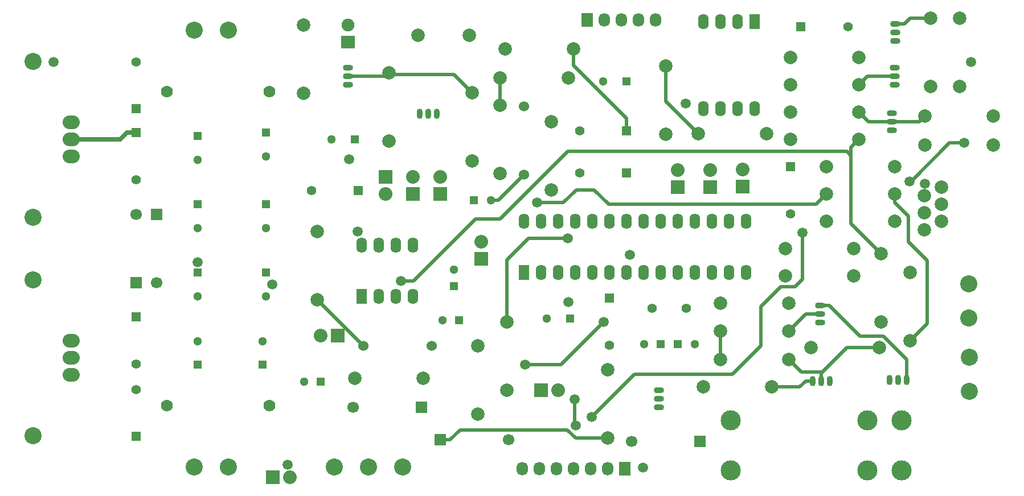
<source format=gbr>
G04 #@! TF.FileFunction,Copper,L1,Top,Signal*
%FSLAX46Y46*%
G04 Gerber Fmt 4.6, Leading zero omitted, Abs format (unit mm)*
G04 Created by KiCad (PCBNEW no-vcs-found-product) date Tue Sep  6 23:30:38 2016*
%MOMM*%
%LPD*%
G01*
G04 APERTURE LIST*
%ADD10C,0.100000*%
%ADD11C,1.998980*%
%ADD12R,1.300000X1.300000*%
%ADD13C,1.300000*%
%ADD14C,1.524000*%
%ADD15O,0.899160X1.501140*%
%ADD16O,1.501140X0.899160*%
%ADD17R,1.400000X1.400000*%
%ADD18C,1.400000*%
%ADD19C,1.699260*%
%ADD20R,1.699260X1.699260*%
%ADD21O,2.540000X2.032000*%
%ADD22C,2.540000*%
%ADD23C,1.778000*%
%ADD24C,2.000000*%
%ADD25C,1.500000*%
%ADD26R,1.600000X2.300000*%
%ADD27O,1.600000X2.300000*%
%ADD28R,2.000000X1.900000*%
%ADD29C,1.900000*%
%ADD30C,3.000000*%
%ADD31R,1.727200X2.032000*%
%ADD32O,1.727200X2.032000*%
%ADD33C,1.422400*%
%ADD34R,2.032000X2.032000*%
%ADD35O,2.032000X2.032000*%
%ADD36C,0.500000*%
%ADD37C,0.700000*%
G04 APERTURE END LIST*
D10*
D11*
X123444000Y-109220000D03*
X123444000Y-99060000D03*
D12*
X143764000Y-107188000D03*
D13*
X143764000Y-104688000D03*
D14*
X140462000Y-116078000D03*
X130302000Y-116078000D03*
D11*
X129032000Y-120904000D03*
X139192000Y-120904000D03*
D15*
X139954000Y-81534000D03*
X138684000Y-81534000D03*
X141224000Y-81534000D03*
D12*
X146725000Y-94361000D03*
D13*
X149225000Y-94361000D03*
D16*
X128016000Y-75946000D03*
X128016000Y-74676000D03*
X128016000Y-77216000D03*
D17*
X129540000Y-92964000D03*
D18*
X122540000Y-92964000D03*
D11*
X146431000Y-78359000D03*
X146431000Y-88519000D03*
X134112000Y-85598000D03*
X134112000Y-75438000D03*
X150622000Y-80264000D03*
X150622000Y-90424000D03*
X161544000Y-71882000D03*
X151384000Y-71882000D03*
D17*
X169418000Y-84074000D03*
D18*
X162418000Y-84074000D03*
D11*
X150622000Y-76200000D03*
X160782000Y-76200000D03*
X175260000Y-84582000D03*
X175260000Y-74422000D03*
D17*
X169418000Y-90297000D03*
D18*
X162418000Y-90297000D03*
D11*
X158242000Y-82677000D03*
X158242000Y-92837000D03*
D14*
X154114000Y-80391000D03*
X154114000Y-90551000D03*
D19*
X170179480Y-130304540D03*
D20*
X180339480Y-130304540D03*
D16*
X174244000Y-123952000D03*
X174244000Y-125222000D03*
X174244000Y-122682000D03*
D11*
X166624000Y-129794000D03*
X166624000Y-119634000D03*
X211582000Y-115316000D03*
X211582000Y-105156000D03*
X207264000Y-112522000D03*
X207264000Y-102362000D03*
D17*
X166878000Y-108966000D03*
D18*
X166878000Y-115966000D03*
D12*
X177038000Y-115824000D03*
D13*
X179538000Y-115824000D03*
D12*
X174498000Y-115824000D03*
D13*
X171998000Y-115824000D03*
D11*
X193548000Y-118110000D03*
X183388000Y-118110000D03*
D15*
X209804000Y-121158000D03*
X211074000Y-121158000D03*
X208534000Y-121158000D03*
X198374000Y-121285000D03*
X197104000Y-121285000D03*
X199644000Y-121285000D03*
D11*
X190944000Y-122174000D03*
X180784000Y-122174000D03*
X193548000Y-113856000D03*
X183388000Y-113856000D03*
X207010000Y-116332000D03*
X196850000Y-116332000D03*
X203962000Y-77216000D03*
X193802000Y-77216000D03*
X199136000Y-89408000D03*
X209296000Y-89408000D03*
X203962000Y-81280000D03*
X193802000Y-81280000D03*
X193802000Y-85344000D03*
X203962000Y-85344000D03*
X190182000Y-84455000D03*
X180022000Y-84455000D03*
X203962000Y-73152000D03*
X193802000Y-73152000D03*
X214630000Y-77470000D03*
X214630000Y-67310000D03*
X213741000Y-81851500D03*
X223901000Y-81851500D03*
D16*
X209296000Y-75946000D03*
X209296000Y-74676000D03*
X209296000Y-77216000D03*
X209360000Y-69405500D03*
X209360000Y-68135500D03*
X209360000Y-70675500D03*
D11*
X213741000Y-86169500D03*
X223901000Y-86169500D03*
X218948000Y-67310000D03*
X218948000Y-77470000D03*
D16*
X208852000Y-82677000D03*
X208852000Y-83947000D03*
X208852000Y-81407000D03*
X198184000Y-111316000D03*
X198184000Y-112586000D03*
X198184000Y-110046000D03*
D11*
X199136000Y-97536000D03*
X209296000Y-97536000D03*
X193040000Y-105664000D03*
X203200000Y-105664000D03*
X193040000Y-101600000D03*
X203200000Y-101600000D03*
X183388000Y-109728000D03*
X193548000Y-109728000D03*
X209296000Y-93472000D03*
X199136000Y-93472000D03*
D17*
X96520000Y-129540000D03*
D18*
X96520000Y-122540000D03*
D19*
X99570540Y-106680520D03*
D20*
X99570540Y-96520520D03*
D19*
X96517460Y-96519480D03*
D20*
X96517460Y-106679480D03*
D17*
X96520000Y-111760000D03*
D18*
X96520000Y-118760000D03*
D21*
X86868000Y-117856000D03*
X86868000Y-115316000D03*
X86868000Y-120396000D03*
D22*
X81153000Y-106248200D03*
X81153000Y-129463800D03*
D11*
X151638000Y-122682000D03*
X151638000Y-112522000D03*
X147320000Y-126238000D03*
X147320000Y-116078000D03*
D19*
X128777480Y-125224540D03*
D20*
X138937480Y-125224540D03*
D19*
X151892520Y-130045460D03*
D20*
X141732520Y-130045460D03*
D11*
X121412000Y-78486000D03*
X121412000Y-68326000D03*
D23*
X116332000Y-78232000D03*
X101092000Y-78232000D03*
D24*
X146039840Y-69850000D03*
X138440160Y-69850000D03*
D17*
X96520000Y-80772000D03*
D18*
X96520000Y-73772000D03*
D17*
X96520000Y-84328000D03*
D18*
X96520000Y-91328000D03*
D21*
X86868000Y-85344000D03*
X86868000Y-82804000D03*
X86868000Y-87884000D03*
D22*
X81153000Y-73736200D03*
X81153000Y-96951800D03*
D23*
X101092000Y-124968000D03*
X116332000Y-124968000D03*
D17*
X193802000Y-89408000D03*
D18*
X193802000Y-96408000D03*
D17*
X195326000Y-68580000D03*
D18*
X202326000Y-68580000D03*
D25*
X220599000Y-73787000D03*
X84201000Y-73787000D03*
D26*
X130048000Y-108712000D03*
D27*
X132588000Y-108712000D03*
X135128000Y-108712000D03*
X137668000Y-108712000D03*
X137668000Y-101092000D03*
X135128000Y-101092000D03*
X132588000Y-101092000D03*
X130048000Y-101092000D03*
D26*
X154178000Y-105156000D03*
D27*
X156718000Y-105156000D03*
X159258000Y-105156000D03*
X161798000Y-105156000D03*
X164338000Y-105156000D03*
X166878000Y-105156000D03*
X169418000Y-105156000D03*
X171958000Y-105156000D03*
X174498000Y-105156000D03*
X177038000Y-105156000D03*
X179578000Y-105156000D03*
X182118000Y-105156000D03*
X184658000Y-105156000D03*
X187198000Y-105156000D03*
X187198000Y-97536000D03*
X184658000Y-97536000D03*
X182118000Y-97536000D03*
X179578000Y-97536000D03*
X177038000Y-97536000D03*
X174498000Y-97536000D03*
X171958000Y-97536000D03*
X169418000Y-97536000D03*
X166878000Y-97536000D03*
X164338000Y-97536000D03*
X161798000Y-97536000D03*
X159258000Y-97536000D03*
X156718000Y-97536000D03*
X154178000Y-97536000D03*
D13*
X105664000Y-108656000D03*
D12*
X105664000Y-105156000D03*
D13*
X105664000Y-115372000D03*
D12*
X105664000Y-118872000D03*
D13*
X115316000Y-115372000D03*
D12*
X115316000Y-118872000D03*
D13*
X115824000Y-108656000D03*
D12*
X115824000Y-105156000D03*
D13*
X105664000Y-88336000D03*
D12*
X105664000Y-84836000D03*
D13*
X105664000Y-98496000D03*
D12*
X105664000Y-94996000D03*
D13*
X115824000Y-87828000D03*
D12*
X115824000Y-84328000D03*
D13*
X115824000Y-98496000D03*
D12*
X115824000Y-94996000D03*
D13*
X157536000Y-112014000D03*
D12*
X161036000Y-112014000D03*
D13*
X165918000Y-76708000D03*
D12*
X169418000Y-76708000D03*
D13*
X125532000Y-85344000D03*
D12*
X129032000Y-85344000D03*
X144526000Y-112268000D03*
D13*
X142026000Y-112268000D03*
D22*
X105156000Y-134112000D03*
X110236000Y-134112000D03*
X110236000Y-69088000D03*
X105156000Y-69088000D03*
X220282000Y-111950000D03*
X220282000Y-106870000D03*
X220345000Y-122809000D03*
X220345000Y-117729000D03*
D28*
X128016000Y-70866000D03*
D29*
X128016000Y-68326000D03*
D26*
X188468000Y-67818000D03*
D27*
X185928000Y-67818000D03*
X183388000Y-67818000D03*
X180848000Y-67818000D03*
X180848000Y-80772000D03*
X183388000Y-80772000D03*
X185928000Y-80772000D03*
X188468000Y-80772000D03*
D24*
X213678000Y-98806000D03*
X216218000Y-97536000D03*
X213678000Y-96266000D03*
X216218000Y-94996000D03*
X213678000Y-93726000D03*
X216218000Y-92456000D03*
D30*
X184912000Y-127120000D03*
X184912000Y-134620000D03*
X205212000Y-134620000D03*
X205212000Y-127120000D03*
X210252000Y-134620000D03*
X210252000Y-127120000D03*
D31*
X169164000Y-134366000D03*
D32*
X166624000Y-134366000D03*
X164084000Y-134366000D03*
X161544000Y-134366000D03*
X159004000Y-134366000D03*
X156464000Y-134366000D03*
X153924000Y-134366000D03*
D33*
X173228000Y-110490000D03*
X178308000Y-110490000D03*
D34*
X116840000Y-135636000D03*
D35*
X119380000Y-135636000D03*
D34*
X181864000Y-92456000D03*
D35*
X181864000Y-89916000D03*
D34*
X186690000Y-92392500D03*
D35*
X186690000Y-89852500D03*
D34*
X156718000Y-122682000D03*
D35*
X159258000Y-122682000D03*
D34*
X177038000Y-92456000D03*
D35*
X177038000Y-89916000D03*
D34*
X133604000Y-90932000D03*
D35*
X133604000Y-93472000D03*
D34*
X137668000Y-93472000D03*
D35*
X137668000Y-90932000D03*
D34*
X141732000Y-93472000D03*
D35*
X141732000Y-90932000D03*
D34*
X126492000Y-114554000D03*
D35*
X123952000Y-114554000D03*
D34*
X147828000Y-103124000D03*
D35*
X147828000Y-100584000D03*
D22*
X125984000Y-134112000D03*
X131064000Y-134112000D03*
X136144000Y-134112000D03*
D12*
X123952000Y-121412000D03*
D13*
X121452000Y-121412000D03*
D31*
X163576000Y-67564000D03*
D32*
X166116000Y-67564000D03*
X168656000Y-67564000D03*
X171196000Y-67564000D03*
X173736000Y-67564000D03*
D25*
X219583000Y-85852000D03*
X211455000Y-91567000D03*
X178181000Y-80010000D03*
X169926000Y-102489000D03*
X116703800Y-106906000D03*
X119032100Y-133737200D03*
X128180200Y-88266900D03*
X129426600Y-99034500D03*
X105597000Y-103642900D03*
X213726400Y-91953700D03*
X171854100Y-134156200D03*
X160772200Y-109504300D03*
X160655000Y-100076000D03*
X156083000Y-94742008D03*
X135859800Y-106391900D03*
X161693600Y-123991500D03*
X161833300Y-127892800D03*
X165989000Y-112522000D03*
X154305000Y-118872000D03*
X164211000Y-126619000D03*
X195580000Y-99187000D03*
D36*
X183388000Y-113856000D02*
X183388000Y-118110000D01*
X211455000Y-91567000D02*
X211709000Y-91567000D01*
X211709000Y-91567000D02*
X217424000Y-85852000D01*
X217424000Y-85852000D02*
X219583000Y-85852000D01*
D37*
X94103700Y-85344000D02*
X95119700Y-84328000D01*
X86868000Y-85344000D02*
X94103700Y-85344000D01*
X96520000Y-84328000D02*
X95119700Y-84328000D01*
D36*
X169418000Y-84074000D02*
X169418000Y-82169000D01*
X169418000Y-82169000D02*
X161544000Y-74295000D01*
X161544000Y-74295000D02*
X161544000Y-71882000D01*
X130302000Y-116078000D02*
X123444000Y-109220000D01*
X154114000Y-90551000D02*
X150304000Y-94361000D01*
X150304000Y-94361000D02*
X149479000Y-94361000D01*
X149479000Y-94361000D02*
X149225000Y-94361000D01*
X141732500Y-130045500D02*
X143182400Y-130045500D01*
X161824900Y-129794000D02*
X166624000Y-129794000D01*
X160622400Y-128591500D02*
X161824900Y-129794000D01*
X144636400Y-128591500D02*
X160622400Y-128591500D01*
X143182400Y-130045500D02*
X144636400Y-128591500D01*
X159594340Y-100076000D02*
X160655000Y-100076000D01*
X154813000Y-100076000D02*
X159594340Y-100076000D01*
X151638000Y-112522000D02*
X151638000Y-103251000D01*
X151638000Y-103251000D02*
X154813000Y-100076000D01*
X199136000Y-93472000D02*
X197612000Y-94996000D01*
X197612000Y-94996000D02*
X166751000Y-94996000D01*
X164592000Y-92837000D02*
X161925000Y-92837000D01*
X166751000Y-94996000D02*
X164592000Y-92837000D01*
X161925000Y-92837000D02*
X160019992Y-94742008D01*
X160019992Y-94742008D02*
X157143660Y-94742008D01*
X157143660Y-94742008D02*
X156083000Y-94742008D01*
X202755500Y-87757000D02*
X202120500Y-87122000D01*
X202120500Y-87122000D02*
X160655000Y-87122000D01*
X160655000Y-87122000D02*
X150622000Y-97155000D01*
X150622000Y-97155000D02*
X146939000Y-97155000D01*
X146939000Y-97155000D02*
X137702100Y-106391900D01*
X137702100Y-106391900D02*
X135859800Y-106391900D01*
X202755500Y-86550500D02*
X202755500Y-87757000D01*
X203962000Y-85344000D02*
X202755500Y-86550500D01*
X202755500Y-97853500D02*
X207264000Y-102362000D01*
X202755500Y-87757000D02*
X202755500Y-97853500D01*
X195165100Y-122174000D02*
X190944000Y-122174000D01*
X196054100Y-121285000D02*
X195165100Y-122174000D01*
X197104000Y-121285000D02*
X196054100Y-121285000D01*
X175260000Y-79693000D02*
X180022000Y-84455000D01*
X175260000Y-74422000D02*
X175260000Y-79693000D01*
X196088000Y-111316000D02*
X193548000Y-113856000D01*
X198184000Y-111316000D02*
X196088000Y-111316000D01*
X211074000Y-118075000D02*
X211074000Y-121158000D01*
X207605500Y-114606500D02*
X211074000Y-118075000D01*
X204095400Y-114606500D02*
X207605500Y-114606500D01*
X199534900Y-110046000D02*
X204095400Y-114606500D01*
X198184000Y-110046000D02*
X199534900Y-110046000D01*
X211582000Y-115316000D02*
X214122000Y-112776000D01*
X214122000Y-103378000D02*
X211328000Y-100584000D01*
X214122000Y-112776000D02*
X214122000Y-103378000D01*
X211328000Y-100584000D02*
X211328000Y-96774000D01*
X211328000Y-96774000D02*
X209296000Y-94742000D01*
X209296000Y-94742000D02*
X209296000Y-93472000D01*
X195372100Y-119934100D02*
X193548000Y-118110000D01*
X198374000Y-119934100D02*
X195372100Y-119934100D01*
X198374000Y-121285000D02*
X198374000Y-120083200D01*
X198374000Y-120083200D02*
X198374000Y-119934100D01*
X202125200Y-116332000D02*
X207010000Y-116332000D01*
X198374000Y-120083200D02*
X202125200Y-116332000D01*
X134112000Y-75692000D02*
X143764000Y-75692000D01*
X143764000Y-75692000D02*
X146431000Y-78359000D01*
X134112000Y-75692000D02*
X134112000Y-75438000D01*
X133858000Y-75946000D02*
X134112000Y-75692000D01*
X128016000Y-75946000D02*
X133858000Y-75946000D01*
X211536400Y-67310000D02*
X214630000Y-67310000D01*
X210710900Y-68135500D02*
X211536400Y-67310000D01*
X209360000Y-68135500D02*
X210710900Y-68135500D01*
X205232000Y-75946000D02*
X203962000Y-77216000D01*
X209296000Y-75946000D02*
X205232000Y-75946000D01*
X212915500Y-82677000D02*
X208852000Y-82677000D01*
X213741000Y-81851500D02*
X212915500Y-82677000D01*
X205359000Y-82677000D02*
X203962000Y-81280000D01*
X208852000Y-82677000D02*
X205359000Y-82677000D01*
X150622000Y-76200000D02*
X150622000Y-80264000D01*
X161693600Y-127753100D02*
X161833300Y-127892800D01*
X161693600Y-123991500D02*
X161693600Y-127753100D01*
X165239001Y-113271999D02*
X165989000Y-112522000D01*
X154305000Y-118872000D02*
X159639000Y-118872000D01*
X159639000Y-118872000D02*
X165239001Y-113271999D01*
X195580000Y-99187000D02*
X195580000Y-106172000D01*
X195580000Y-106172000D02*
X194488509Y-107263491D01*
X194488509Y-107263491D02*
X192329509Y-107263491D01*
X192329509Y-107263491D02*
X189408509Y-110184491D01*
X189408509Y-110184491D02*
X189408509Y-116026491D01*
X189408509Y-116026491D02*
X185166000Y-120269000D01*
X185166000Y-120269000D02*
X170561000Y-120269000D01*
X170561000Y-120269000D02*
X164211000Y-126619000D01*
M02*

</source>
